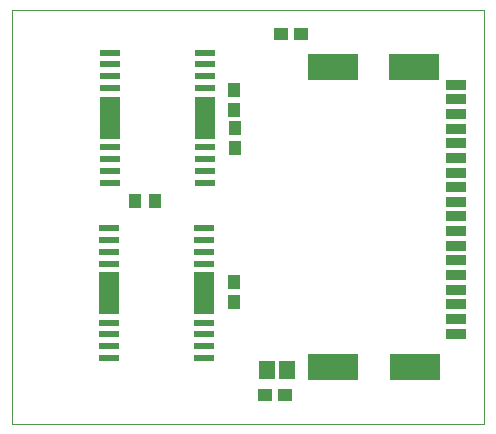
<source format=gts>
G75*
%MOIN*%
%OFA0B0*%
%FSLAX24Y24*%
%IPPOS*%
%LPD*%
%AMOC8*
5,1,8,0,0,1.08239X$1,22.5*
%
%ADD10C,0.0000*%
%ADD11R,0.0434X0.0473*%
%ADD12R,0.0670X0.0237*%
%ADD13R,0.0670X0.1418*%
%ADD14R,0.0473X0.0434*%
%ADD15R,0.0552X0.0631*%
%ADD16R,0.1654X0.0867*%
%ADD17R,0.0700X0.0360*%
D10*
X010976Y000180D02*
X010976Y013960D01*
X026724Y013960D01*
X026724Y000180D01*
X010976Y000180D01*
D11*
X018376Y004245D03*
X018376Y004915D03*
X015760Y007605D03*
X015091Y007605D03*
X018401Y009370D03*
X018401Y010040D03*
X018376Y010645D03*
X018376Y011315D03*
D12*
X017400Y011364D03*
X017400Y011758D03*
X017400Y012152D03*
X017400Y012545D03*
X014251Y012545D03*
X014251Y012152D03*
X014251Y011758D03*
X014251Y011364D03*
X014251Y009396D03*
X014251Y009002D03*
X014251Y008608D03*
X014251Y008215D03*
X014226Y006695D03*
X014226Y006302D03*
X014226Y005908D03*
X014226Y005514D03*
X017375Y005514D03*
X017375Y005908D03*
X017375Y006302D03*
X017375Y006695D03*
X017400Y008215D03*
X017400Y008608D03*
X017400Y009002D03*
X017400Y009396D03*
X017375Y003546D03*
X017375Y003152D03*
X017375Y002758D03*
X017375Y002365D03*
X014226Y002365D03*
X014226Y002758D03*
X014226Y003152D03*
X014226Y003546D03*
D13*
X014226Y004530D03*
X017375Y004530D03*
X017400Y010380D03*
X014251Y010380D03*
D14*
X019941Y013180D03*
X020610Y013180D03*
X020085Y001130D03*
X019416Y001130D03*
D15*
X019466Y001955D03*
X020135Y001955D03*
D16*
X021692Y002055D03*
X024409Y002055D03*
X024384Y012055D03*
X021667Y012055D03*
D17*
X025776Y011480D03*
X025776Y010992D03*
X025776Y010504D03*
X025776Y010015D03*
X025776Y009527D03*
X025776Y009039D03*
X025776Y008551D03*
X025776Y008063D03*
X025776Y007574D03*
X025776Y007086D03*
X025776Y006598D03*
X025776Y006110D03*
X025776Y005622D03*
X025776Y005134D03*
X025776Y004645D03*
X025776Y004157D03*
X025776Y003669D03*
X025776Y003181D03*
M02*

</source>
